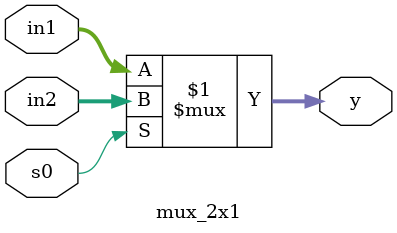
<source format=v>

module mux_2x1(in1, in2, s0, y);

    input wire [63:0]in1;
    input wire [63:0]in2;
    input wire s0;
    output wire [63:0]y;

    assign y = s0 ? in2 : in1;

endmodule
</source>
